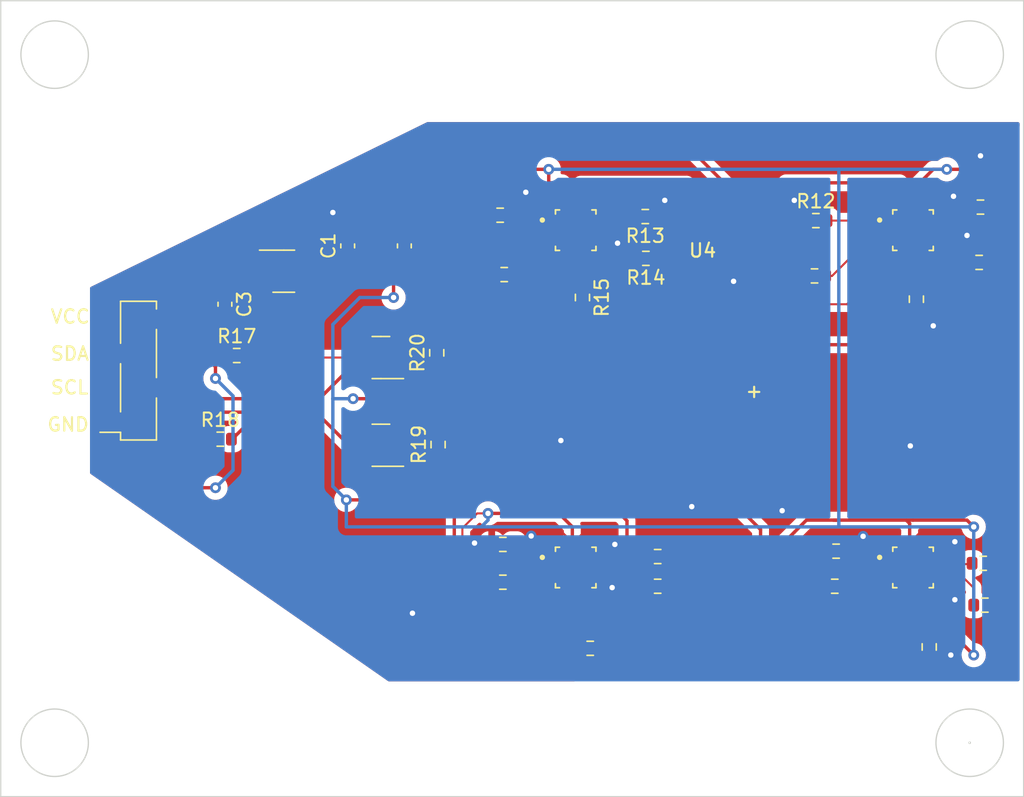
<source format=kicad_pcb>
(kicad_pcb (version 20221018) (generator pcbnew)
  (layers (0 "F.Cu" signal) (31 "B.Cu" signal) (34 "B.Paste" user) (35 "F.Paste" user) (36 "B.SilkS" user "B.Silkscreen") (37 "F.SilkS" user "F.Silkscreen") (38 "B.Mask" user) (39 "F.Mask" user) (44 "Edge.Cuts" user))
  (net 0 "")
  (net 1 "+3.3V")
  (net 2 "GND")
  (net 3 "VCC")
  (net 4 "SDA")
  (net 5 "SCL")
  (net 6 "SCL_3V")
  (net 7 "SDA_3V")
  (net 8 "Net-(U1-A0)")
  (net 9 "Net-(U1-A1)")
  (net 10 "Net-(U1-INT)")
  (net 11 "Net-(U1-INT{slash}TRIG)")
  (net 12 "Net-(U2-INT{slash}TRIG)")
  (net 13 "Net-(U2-INT)")
  (net 14 "Net-(U3-A1)")
  (net 15 "Net-(U3-INT{slash}TRIG)")
  (net 16 "Net-(U3-INT)")
  (net 17 "Net-(U4-A0)")
  (net 18 "Net-(U4-INT{slash}TRIG)")
  (net 19 "Net-(U4-INT)")
  (net 20 "Net-(U1-SENB{slash}CS)")
  (net 21 "Net-(U3-SENB{slash}CS)")
  (net 22 "Net-(U4-SENB{slash}CS)")
  (net 23 "Net-(U2-SENB{slash}CS)")
  (footprint "Resistor_SMD:R_0603_1608Metric" (layer "F.Cu") (at 157.2 137.9)
    (fp_text reference "R21" hide)
    (fp_text value "10k")
  )
  (footprint "Resistor_SMD:R_0603_1608Metric" (layer "F.Cu") (at 144.075 135.7 180)
    (fp_text reference "R5" hide)
    (fp_text value "10k")
  )
  (footprint "Resistor_SMD:R_0603_1608Metric" (layer "F.Cu") (at 127.8 127.4 90)
    (fp_text reference "R19")
    (fp_text value "10k")
  )
  (footprint "Capacitor_SMD:C_0603_1608Metric" (layer "F.Cu") (at 121.1 112.675 90)
    (fp_text reference "C1")
    (fp_text value "10uF")
  )
  (footprint "Resistor_SMD:R_0603_1608Metric" (layer "F.Cu") (at 132.6 137.6)
    (fp_text reference "R24" hide)
    (fp_text value "10k")
  )
  (footprint "Resistor_SMD:R_0603_1608Metric" (layer "F.Cu") (at 168 109.8 180)
    (fp_text reference "R9" hide)
    (fp_text value "10k")
  )
  (footprint "Resistor_SMD:R_0603_1608Metric" (layer "F.Cu") (at 132.4 110.4)
    (fp_text reference "R16" hide)
    (fp_text value "10k")
  )
  (footprint "Capacitor_SMD:C_0603_1608Metric" (layer "F.Cu") (at 125.3 112.675 90)
    (fp_text reference "C2" hide)
    (fp_text value "0.1uF")
  )
  (footprint "Resistor_SMD:R_0603_1608Metric" (layer "F.Cu") (at 168.2 136.2 180)
    (fp_text reference "R1" hide)
    (fp_text value "10k")
  )
  (footprint "Resistor_SMD:R_0603_1608Metric" (layer "F.Cu") (at 155.7 114.9)
    (fp_text reference "R22" hide)
    (fp_text value "10k")
  )
  (footprint "Resistor_SMD:R_0603_1608Metric" (layer "F.Cu") (at 127.7 120.6 90)
    (fp_text reference "R20")
    (fp_text value "10k")
  )
  (footprint "Resistor_SMD:R_0603_1608Metric" (layer "F.Cu") (at 111.655 127)
    (fp_text reference "R18")
    (fp_text value "10k")
  )
  (footprint "Resistor_SMD:R_0603_1608Metric" (layer "F.Cu") (at 143.2 113.6 180)
    (fp_text reference "R14")
    (fp_text value "10k")
  )
  (footprint "Package_TO_SOT_SMD:SOT-23" (layer "F.Cu") (at 123.5625 127.45 180)
    (fp_text reference "Q1" hide)
    (fp_text value "BSS138" hide)
  )
  (footprint "Resistor_SMD:R_0603_1608Metric" (layer "F.Cu") (at 164.2 142.4 -90)
    (fp_text reference "R4" hide)
    (fp_text value "10k")
  )
  (footprint "Capacitor_SMD:C_0603_1608Metric" (layer "F.Cu") (at 112 117 -90)
    (fp_text reference "C3")
    (fp_text value "10uF" hide)
  )
  (footprint "Package_TO_SOT_SMD:SOT-23" (layer "F.Cu") (at 123.5625 120.95 180)
    (fp_text reference "Q2" hide)
    (fp_text value "BSS138")
  )
  (footprint "Resistor_SMD:R_0603_1608Metric" (layer "F.Cu") (at 143.155 110.5 180)
    (fp_text reference "R13")
    (fp_text value "10k")
  )
  (footprint "Resistor_SMD:R_0603_1608Metric" (layer "F.Cu") (at 168.325 139.3 180)
    (fp_text reference "R2" hide)
    (fp_text value "10k")
  )
  (footprint "Resistor_SMD:R_0603_1608Metric" (layer "F.Cu") (at 132.7 114.8)
    (fp_text reference "R23" hide)
    (fp_text value "10k")
  )
  (footprint "Package_TO_SOT_SMD:SOT-23-5" (layer "F.Cu") (at 116.3625 114.55)
    (fp_text reference "U5" hide)
    (fp_text value "AP2112K-3.3" hide)
  )
  (footprint "Resistor_SMD:R_0603_1608Metric" (layer "F.Cu") (at 132.6 134.8)
    (fp_text reference "R8" hide)
    (fp_text value "10k")
  )
  (footprint "SnapEDA Library:QFN50P300X300X100-17N" (layer "F.Cu") (at 163 136.51)
    (fp_text reference "U1" hide)
    (fp_text value "MLX90393SLW-ABA-011-SP" hide)
  )
  (footprint "SnapEDA Library:QFN50P300X300X100-17N" (layer "F.Cu") (at 163 111.51)
    (fp_text reference "U3" hide)
    (fp_text value "MLX90393SLW-ABA-011-SP" hide)
  )
  (footprint "Resistor_SMD:R_0603_1608Metric" (layer "F.Cu") (at 138.5 116.5 -90)
    (fp_text reference "R15")
    (fp_text value "10k")
  )
  (footprint "Resistor_SMD:R_0603_1608Metric" (layer "F.Cu") (at 167.9 113.9 180)
    (fp_text reference "R10" hide)
    (fp_text value "10k")
  )
  (footprint "Resistor_SMD:R_0603_1608Metric" (layer "F.Cu") (at 155.8 110.8)
    (fp_text reference "R12")
    (fp_text value "10k")
  )
  (footprint "Connector_PinHeader_2.54mm:PinHeader_1x04_P2.54mm_Vertical_SMD_Pin1Right" (layer "F.Cu") (at 105.595 121.92 180)
    (fp_text reference "J1" hide)
    (fp_text value "Conn_01x04_Pin")
  )
  (footprint "SnapEDA Library:QFN50P300X300X100-17N" (layer "F.Cu") (at 138 111.51)
    (fp_text reference "U4")
    (fp_text value "MLX90393SLW-ABA-011-SP" hide)
  )
  (footprint "Resistor_SMD:R_0603_1608Metric" (layer "F.Cu") (at 157.3 135.3)
    (fp_text reference "R3" hide)
    (fp_text value "10k" hide)
  )
  (footprint "Resistor_SMD:R_0603_1608Metric" (layer "F.Cu") (at 112.875 120.8)
    (fp_text reference "R17")
    (fp_text value "10k")
  )
  (footprint "Resistor_SMD:R_0603_1608Metric" (layer "F.Cu") (at 163.25 116.625 -90)
    (fp_text reference "R11" hide)
    (fp_text value "10k")
  )
  (footprint "Resistor_SMD:R_0603_1608Metric" (layer "F.Cu") (at 139.075 142.5)
    (fp_text reference "R7" hide)
    (fp_text value "10k")
  )
  (footprint "SnapEDA Library:QFN50P300X300X100-17N" (layer "F.Cu") (at 138 136.51)
    (fp_text reference "U2" hide)
    (fp_text value "MLX90393SLW-ABA-011-SP" hide)
  )
  (footprint "Resistor_SMD:R_0603_1608Metric" (layer "F.Cu") (at 144.075 137.9 180)
    (fp_text reference "R6" hide)
    (fp_text value "10k" hide)
  )
  (gr_circle (center 167.2 149.5) (end 167.2 149.5) (stroke (width 0.1)) (fill none) (layer "Edge.Cuts"))
  (gr_circle (center 167.2 149.5) (end 169.7 149.5) (stroke (width 0.1)) (fill none) (layer "Edge.Cuts"))
  (gr_circle (center 99.38 149.5) (end 99.38 152) (stroke (width 0.1)) (fill none) (layer "Edge.Cuts"))
  (gr_poly (pts (xy 171.2 153.5) (xy 171.2 94.5) (xy 115 94.5) (xy 95.38 94.5) (xy 95.38 153.5) (xy 115 153.5)) (stroke (width 0.1)) (fill none) (layer "Edge.Cuts"))
  (gr_circle (center 167.2 98.5) (end 167.2 101) (stroke (width 0.1)) (fill none) (layer "Edge.Cuts"))
  (gr_circle (center 99.38 98.5) (end 99.38 101) (stroke (width 0.1)) (fill none) (layer "Edge.Cuts"))
  (gr_text "SCL\n" (at 99 123.75) (layer "F.SilkS") (effects (font (size 1 1) (thickness 0.16)) (justify left bottom)))
  (gr_text "VCC" (at 99 118.5) (layer "F.SilkS") (effects (font (size 1 1) (thickness 0.16)) (justify left bottom)))
  (gr_text "+" (at 150.5 124.01) (layer "F.SilkS") (effects (font (size 1 1) (thickness 0.16)) (justify left bottom)))
  (gr_text "GND\n" (at 98.75 126.5) (layer "F.SilkS") (effects (font (size 1 1) (thickness 0.16)) (justify left bottom)))
  (gr_text "SDA" (at 99 121.25) (layer "F.SilkS") (effects (font (size 1 1) (thickness 0.16)) (justify left bottom)))
  (segment (start 163.75 139.25) (end 167.5 143) (width 0.25) (layer "F.Cu") (net 1))
  (segment (start 164.5 107) (end 162.75 108.75) (width 0.25) (layer "F.Cu") (net 1))
  (segment (start 157.1 133) (end 157.3 133) (width 0.25) (layer "F.Cu") (net 1))
  (segment (start 162.75 133.25) (end 162.5 133) (width 0.25) (layer "F.Cu") (net 1))
  (segment (start 157.3 133) (end 162.5 133) (width 0.25) (layer "F.Cu") (net 1))
  (segment (start 130.1 113.025) (end 131.875 114.8) (width 0.25) (layer "F.Cu") (net 1))
  (segment (start 146.9 108.8) (end 146.9 111.3) (width 0.25) (layer "F.Cu") (net 1))
  (segment (start 141.5 115) (end 140.29995 115) (width 0.25) (layer "F.Cu") (net 1))
  (segment (start 142.035 137.3) (end 142.035 137.8) (width 0.25) (layer "F.Cu") (net 1))
  (segment (start 154.875 112.675) (end 154.875 114.9) (width 0.25) (layer "F.Cu") (net 1))
  (segment (start 124.5 123) (end 124.5 121.9) (width 0.25) (layer "F.Cu") (net 1))
  (segment (start 141.5 115) (end 142.375 114.125) (width 0.25) (layer "F.Cu") (net 1))
  (segment (start 117.5 113.6) (end 123.85 113.6) (width 0.25) (layer "F.Cu") (net 1))
  (segment (start 143.15 135.8) (end 143.25 135.7) (width 0.25) (layer "F.Cu") (net 1))
  (segment (start 141.25 132.5) (end 141.8 133.05) (width 0.25) (layer "F.Cu") (net 1))
  (segment (start 163.75 114.15) (end 163.75 112.945) (width 0.25) (layer "F.Cu") (net 1))
  (segment (start 121 131.5) (end 123.75 131.5) (width 0.25) (layer "F.Cu") (net 1))
  (segment (start 130.1 109.4) (end 130.1 113.025) (width 0.25) (layer "F.Cu") (net 1))
  (segment (start 169.7 115) (end 167.8 116.9) (width 0.25) (layer "F.Cu") (net 1))
  (segment (start 167.175 109.8) (end 167.175 110.275) (width 0.15) (layer "F.Cu") (net 1))
  (segment (start 141.8 133.05) (end 141.8 135.1) (width 0.25) (layer "F.Cu") (net 1))
  (segment (start 124.5 128.4) (end 127.625 128.4) (width 0.15) (layer "F.Cu") (net 1))
  (segment (start 136 108) (end 137 108) (width 0.25) (layer "F.Cu") (net 1))
  (segment (start 125 121.4) (end 124.5 121.9) (width 0.25) (layer "F.Cu") (net 1))
  (segment (start 136.75 132.5) (end 141.25 132.5) (width 0.25) (layer "F.Cu") (net 1))
  (segment (start 167.175 108.125) (end 167.6 107.7) (width 0.15) (layer "F.Cu") (net 1))
  (segment (start 167.8 116.9) (end 167.19995 116.9) (width 0.25) (layer "F.Cu") (net 1))
  (segment (start 142.035 137.8) (end 142.035 140.065) (width 0.25) (layer "F.Cu") (net 1))
  (segment (start 141.495 136.76) (end 142.035 137.3) (width 0.25) (layer "F.Cu") (net 1))
  (segment (start 157.3 133) (end 155.1 133) (width 0.25) (layer "F.Cu") (net 1))
  (segment (start 155 139.5) (end 156.375 138.125) (width 0.25) (layer "F.Cu") (net 1))
  (segment (start 137.75 108.75) (end 137.75 110.075) (width 0.25) (layer "F.Cu") (net 1))
  (segment (start 165.5 107) (end 166.9 107) (width 0.25) (layer "F.Cu") (net 1))
  (segment (start 123.75 131.5) (end 124.5 130.75) (width 0.25) (layer "F.Cu") (net 1))
  (segment (start 167.175 109.8) (end 167.175 108.125) (width 0.15) (layer "F.Cu") (net 1))
  (segment (start 142 111.8) (end 139.475 111.8) (width 0.25) (layer "F.Cu") (net 1))
  (segment (start 136 107) (end 132.5 107) (width 0.25) (layer "F.Cu") (net 1))
  (segment (start 140.5 136.76) (end 141.3 136.76) (width 0.25) (layer "F.Cu") (net 1))
  (segment (start 153.6 108) (end 152.7 108.9) (width 0.25) (layer "F.Cu") (net 1))
  (segment (start 141.3 136.76) (end 141.495 136.76) (width 0.25) (layer "F.Cu") (net 1))
  (segment (start 162.5 133) (end 163 133) (width 0.25) (layer "F.Cu") (net 1))
  (segment (start 137.75 135.075) (end 137.75 133.5) (width 0.25) (layer "F.Cu") (net 1))
  (segment (start 142.05 136.25) (end 141.54 136.76) (width 0.25) (layer "F.Cu") (net 1))
  (segment (start 146.2 108.1) (end 146.9 108.8) (width 0.25) (layer "F.Cu") (net 1))
  (segment (start 131.5 132.5) (end 136.75 132.5) (width 0.25) (layer "F.Cu") (net 1))
  (segment (start 142.035 140.065) (end 141.6 140.5) (width 0.25) (layer "F.Cu") (net 1))
  (segment (start 139.435 136.26) (end 141 136.26) (width 0.25) (layer "F.Cu") (net 1))
  (segment (start 154.2 133.9) (end 152.5 135.6) (width 0.25) (layer "F.Cu") (net 1))
  (segment (start 124.5 116.5) (end 124.5 114.25) (width 0.25) (layer "F.Cu") (net 1))
  (segment (start 124.5 114.25) (end 125.3 113.45) (width 0.25) (layer "F.Cu") (net 1))
  (segment (start 155.1 133) (end 154.2 133.9) (width 0.25) (layer "F.Cu") (net 1))
  (segment (start 165.5 107) (end 164.5 107) (width 0.25) (layer "F.Cu") (net 1))
  (segment (start 132.5 107) (end 130.1 109.4) (width 0.25) (layer "F.Cu") (net 1))
  (segment (start 138.75 113.45005) (end 138.75 112.945) (width 0.25) (layer "F.Cu") (net 1))
  (segment (start 137.75 133.5) (end 136.75 132.5) (width 0.25) (layer "F.Cu") (net 1))
  (segment (start 142.5 135.8) (end 143.15 135.8) (width 0.25) (layer "F.Cu") (net 1))
  (segment (start 130.7 132.5) (end 131.5 132.5) (width 0.15) (layer "F.Cu") (net 1))
  (segment (start 129.6 133.6) (end 130.7 132.5) (width 0.15) (layer "F.Cu") (net 1))
  (segment (start 127.7 121.425) (end 127.675 121.4) (width 0.25) (layer "F.Cu") (net 1))
  (segment (start 136 107) (end 136 108) (width 0.25) (layer "F.Cu") (net 1))
  (segment (start 139.475 111.8) (end 139.435 111.76) (width 0.25) (layer "F.Cu") (net 1))
  (segment (start 146.9 111.3) (end 146.4 111.8) (width 0.25) (layer "F.Cu") (net 1))
  (segment (start 138.4 108.1) (end 146.2 108.1) (width 0.25) (layer "F.Cu") (net 1))
  (segment (start 141.6 140.5) (end 139.6 140.5) (width 0.25) (layer "F.Cu") (net 1))
  (segment (start 153.5 139.5) (end 155 139.5) (width 0.25) (layer "F.Cu") (net 1))
  (segment (start 141 136.26) (end 141 136.25) (width 0.25) (layer "F.Cu") (net 1))
  (segment (start 166.9 107) (end 167.6 107.7) (width 0.25) (layer "F.Cu") (net 1))
  (segment (start 142.635 137.9) (end 142.035 137.3) (width 0.15) (layer "F.Cu") (net 1))
  (segment (start 139.6 140.5) (end 138.75 139.65) (width 0.25) (layer "F.Cu") (net 1))
  (segment (start 129.6 135.425) (end 129.6 133.6) (width 0.15) (layer "F.Cu") (net 1))
  (segment (start 123.5 124) (end 124.5 123) (width 0.25) (layer "F.Cu") (net 1))
  (segment (start 165.09995 114.8) (end 164.4 114.8) (width 0.25) (layer "F.Cu") (net 1))
  (segment (start 146.4 111.8) (end 142 111.8) (width 0.25) (layer "F.Cu") (net 1))
  (segment (start 167 133) (end 163 133) (width 0.25) (layer "F.Cu") (net 1))
  (segment (start 141.8 135.1) (end 142.5 135.8) (width 0.25) (layer "F.Cu") (net 1))
  (segment (start 142.05 136.25) (end 142.5 135.8) (width 0.25) (layer "F.Cu") (net 1))
  (segment (start 162.75 108.75) (end 162.75 110.075) (width 0.25) (layer "F.Cu") (net 1))
  (segment (start 142.375 113.6) (end 142.375 112.175) (width 0.25) (layer "F.Cu") (net 1))
  (segment (start 167.175 110.275) (end 169.7 112.8) (width 0.15) (layer "F.Cu") (net 1))
  (segment (start 162.75 108.75) (end 162 108) (width 0.25) (layer "F.Cu") (net 1))
  (segment (start 164.4 114.8) (end 163.75 114.15) (width 0.25) (layer "F.Cu") (net 1))
  (segment (start 169.7 112.8) (end 169.7 115) (width 0.15) (layer "F.Cu") (net 1))
  (segment (start 142.375 114.125) (end 142.375 113.6) (width 0.25) (layer "F.Cu") (net 1))
  (segment (start 141 136.25) (end 142.05 136.25) (width 0.25) (layer "F.Cu") (net 1))
  (segment (start 140.29995 115) (end 138.75 113.45005) (width 0.25) (layer "F.Cu") (net 1))
  (segment (start 167.5 133.5) (end 167 133) (width 0.25) (layer "F.Cu") (net 1))
  (segment (start 167.19995 116.9) (end 165.09995 114.8) (width 0.25) (layer "F.Cu") (net 1))
  (segment (start 138.75 139.65) (end 138.75 137.945) (width 0.25) (layer "F.Cu") (net 1))
  (segment (start 137 108) (end 137.75 108.75) (width 0.25) (layer "F.Cu") (net 1))
  (segment (start 141.54 136.76) (end 141.3 136.76) (width 0.25) (layer "F.Cu") (net 1))
  (segment (start 142.375 112.175) (end 142 111.8) (width 0.25) (layer "F.Cu") (net 1))
  (segment (start 152.7 108.9) (end 152.7 110.5) (width 0.25) (layer "F.Cu") (net 1))
  (segment (start 152.5 138.5) (end 153.5 139.5) (width 0.25) (layer "F.Cu") (net 1))
  (segment (start 164.435 111.26) (end 165.715 111.26) (width 0.15) (layer "F.Cu") (net 1))
  (segment (start 121.5 124) (end 123.5 124) (width 0.25) (layer "F.Cu") (net 1))
  (segment (start 162.75 135.075) (end 162.75 133.25) (width 0.25) (layer "F.Cu") (net 1))
  (segment (start 131.775 137.6) (end 129.6 135.425) (width 0.15) (layer "F.Cu") (net 1))
  (segment (start 139.435 136.76) (end 140.5 136.76) (width 0.25) (layer "F.Cu") (net 1))
  (segment (start 165.715 111.26) (end 167.175 109.8) (width 0.15) (layer "F.Cu") (net 1))
  (segment (start 127.625 128.4) (end 127.8 128.225) (width 0.15) (layer "F.Cu") (net 1))
  (segment (start 162 108) (end 153.6 108) (width 0.25) (layer "F.Cu") (net 1))
  (segment (start 137.75 108.75) (end 138.4 108.1) (width 0.25) (layer "F.Cu") (net 1))
  (segment (start 123.85 113.6) (end 124.5 114.25) (width 0.25) (layer "F.Cu") (net 1))
  (segment (start 156.375 138.125) (end 156.375 137.9) (width 0.25) (layer "F.Cu") (net 1))
  (segment (start 143.25 137.9) (end 142.635 137.9) (width 0.15) (layer "F.Cu") (net 1))
  (segment (start 152.7 110.5) (end 154.875 112.675) (width 0.25) (layer "F.Cu") (net 1))
  (segment (start 163.75 137.945) (end 163.75 139.25) (width 0.25) (layer "F.Cu") (net 1))
  (segment (start 152.5 135.6) (end 152.5 138.5) (width 0.25) (layer "F.Cu") (net 1))
  (segment (start 124.5 130.75) (end 124.5 128.4) (width 0.25) (layer "F.Cu") (net 1))
  (segment (start 127.675 121.4) (end 125 121.4) (width 0.25) (layer "F.Cu") (net 1))
  (via (at 167.5 133.5) (size 0.8) (drill 0.4) (layers "F.Cu" "B.Cu") (net 1))
  (via (at 165.5 107) (size 0.8) (drill 0.4) (layers "F.Cu" "B.Cu") (net 1))
  (via (at 131.5 132.5) (size 0.8) (drill 0.4) (layers "F.Cu" "B.Cu") (net 1))
  (via (at 121 131.5) (size 0.8) (drill 0.4) (layers "F.Cu" "B.Cu") (net 1))
  (via (at 121.5 124) (size 0.8) (drill 0.4) (layers "F.Cu" "B.Cu") (net 1))
  (via (at 124.5 116.5) (size 0.8) (drill 0.4) (layers "F.Cu" "B.Cu") (net 1))
  (via (at 136 107) (size 0.8) (drill 0.4) (layers "F.Cu" "B.Cu") (net 1))
  (via (at 167.5 143) (size 0.8) (drill 0.4) (layers "F.Cu" "B.Cu") (net 1))
  (segment (start 131.5 133.5) (end 157.5 133.5) (width 0.25) (layer "B.Cu") (net 1))
  (segment (start 124.5 116.5) (end 122 116.5) (width 0.25) (layer "B.Cu") (net 1))
  (segment (start 157.5 133.5) (end 167.5 133.5) (width 0.25) (layer "B.Cu") (net 1))
  (segment (start 120 124) (end 120 130.5) (width 0.25) (layer "B.Cu") (net 1))
  (segment (start 157.5 133.5) (end 157.5 107) (width 0.25) (layer "B.Cu") (net 1))
  (segment (start 120 124) (end 121.5 124) (width 0.25) (layer "B.Cu") (net 1))
  (segment (start 122 116.5) (end 120 118.5) (width 0.25) (layer "B.Cu") (net 1))
  (segment (start 167.5 133.5) (end 167.5 143) (width 0.25) (layer "B.Cu") (net 1))
  (segment (start 131.5 133.5) (end 131 133.5) (width 0.25) (layer "B.Cu") (net 1))
  (segment (start 121 133.5) (end 121 131.5) (width 0.25) (layer "B.Cu") (net 1))
  (segment (start 131.5 133) (end 131.5 132.5) (width 0.25) (layer "B.Cu") (net 1))
  (segment (start 120 118.5) (end 120 124) (width 0.25) (layer "B.Cu") (net 1))
  (segment (start 157.5 107) (end 165.5 107) (width 0.25) (layer "B.Cu") (net 1))
  (segment (start 131 133.5) (end 131.5 133) (width 0.25) (layer "B.Cu") (net 1))
  (segment (start 120 130.5) (end 121 131.5) (width 0.25) (layer "B.Cu") (net 1))
  (segment (start 157.5 107) (end 136 107) (width 0.25) (layer "B.Cu") (net 1))
  (segment (start 131 133.5) (end 121 133.5) (width 0.25) (layer "B.Cu") (net 1))
  (segment (start 162.25 110.075) (end 162.25 109.29) (width 0.25) (layer "F.Cu") (net 2))
  (segment (start 138.7 133.8) (end 138.25 134.25) (width 0.15) (layer "F.Cu") (net 2))
  (segment (start 163.25 134.25) (end 163.5 134) (width 0.25) (layer "F.Cu") (net 2))
  (segment (start 164.435 112.26) (end 164.435 113.435) (width 0.15) (layer "F.Cu") (net 2))
  (segment (start 161.75 108.79) (end 160.34 108.79) (width 0.25) (layer "F.Cu") (net 2))
  (segment (start 138.75 109.55) (end 139.6 108.7) (width 0.15) (layer "F.Cu") (net 2))
  (segment (start 163.25 110.075) (end 163.25 111.26) (width 0.25) (layer "F.Cu") (net 2))
  (segment (start 137.25 109.35) (end 136.9 109) (width 0.15) (layer "F.Cu") (net 2))
  (segment (start 138.6 108.7) (end 139.6 108.7) (width 0.25) (layer "F.Cu") (net 2))
  (segment (start 164.7 109) (end 166 109) (width 0.25) (layer "F.Cu") (net 2))
  (segment (start 164 109) (end 164.7 109) (width 0.25) (layer "F.Cu") (net 2))
  (segment (start 135.1 137.5) (end 135.1 138.1) (width 0.25) (layer "F.Cu") (net 2))
  (segment (start 156.475 135.3) (end 156.475 135.025) (width 0.15) (layer "F.Cu") (net 2))
  (segment (start 138.25 110.075) (end 138.25 109.05) (width 0.25) (layer "F.Cu") (net 2))
  (segment (start 134.8745 134) (end 134.7 134.1745) (width 0.15) (layer "F.Cu") (net 2))
  (segment (start 163.25 111.26) (end 163 111.51) (width 0.25) (layer "F.Cu") (net 2))
  (segment (start 163.25 109.75) (end 164 109) (width 0.25) (layer "F.Cu") (net 2))
  (segment (start 164.435 113.435) (end 165 114) (width 0.15) (layer "F.Cu") (net 2))
  (segment (start 138.25 111.26) (end 138 111.51) (width 0.25) (layer "F.Cu") (net 2))
  (segment (start 138.25 110.075) (end 138.25 111.26) (width 0.25) (layer "F.Cu") (net 2))
  (segment (start 135.34 137.26) (end 135.1 137.5) (width 0.25) (layer "F.Cu") (net 2))
  (segment (start 165.46 137.26) (end 166.1 137.9) (width 0.25) (layer "F.Cu") (net 2))
  (segment (start 163.75 110.075) (end 163.75 109.95) (width 0.15) (layer "F.Cu") (net 2))
  (segment (start 166.1 135.4) (end 166.1 134.6) (width 0.25) (layer "F.Cu") (net 2))
  (segment (start 141.1 112.4745) (end 140.9255 112.3) (width 0.15) (layer "F.Cu") (net 2))
  (segment (start 161.24 137.26) (end 160 138.5) (width 0.25) (layer "F.Cu") (net 2))
  (segment (start 160.6 112.9) (end 160.6 114.6) (width 0.25) (layer "F.Cu") (net 2))
  (segment (start 163.25 136.26) (end 163 136.51) (width 0.25) (layer "F.Cu") (net 2))
  (segment (start 141.9 108.7) (end 144 108.7) (width 0.25) (layer "F.Cu") (net 2))
  (segment (start 131.575 109.025) (end 131.9 108.7) (width 0.15) (layer "F.Cu") (net 2))
  (segment (start 165.5 134) (end 166.1 134.6) (width 0.25) (layer "F.Cu") (net 2))
  (segment (start 139.4 133.8) (end 139.9 133.8) (width 0.15) (layer "F.Cu") (net 2))
  (segment (start 163.25 135.075) (end 163.25 134.25) (width 0.25) (layer "F.Cu") (net 2))
  (segment (start 138.25 134.25) (end 138.25 135.075) (width 0.15) (layer "F.Cu") (net 2))
  (segment (start 164.435 137.26) (end 165.46 137.26) (width 0.25) (layer "F.Cu") (net 2))
  (segment (start 163.5 134) (end 164.3 134) (width 0.25) (layer "F.Cu") (net 2))
  (segment (start 165.74 135.76) (end 166.1 135.4) (width 0.25) (layer "F.Cu") (net 2))
  (segment (start 137.25 134.15) (end 137.1 134) (width 0.15) (layer "F.Cu") (net 2))
  (segment (start 138.25 109.05) (end 138.6 108.7) (width 0.25) (layer "F.Cu") (net 2))
  (segment (start 140.9255 112.3) (end 139.475 112.3) (width 0.15) (layer "F.Cu") (net 2))
  (segment (start 139.435 135.76) (end 139.94 135.76) (width 0.25) (layer "F.Cu") (net 2))
  (segment (start 140.26 137.26) (end 139.435 137.26) (width 0.25) (layer "F.Cu") (net 2))
  (segment (start 136.565 112.26) (end 136.565 114.435) (width 0.25) (layer "F.Cu") (net 2))
  (segment (start 139.94 135.76) (end 140.9 134.8) (width 0.25) (layer "F.Cu") (net 2))
  (segment (start 136.565 114.435) (end 136 115) (width 0.25) (layer "F.Cu") (net 2))
  (segment (start 163.25 135.075) (end 163.25 136.26) (width 0.25) (layer "F.Cu") (net 2))
  (segment (start 138.75 134.45) (end 139.4 133.8) (width 0.15) (layer "F.Cu") (net 2))
  (segment (start 139.84 110.76) (end 141.9 108.7) (width 0.15) (layer "F.Cu") (net 2))
  (segment (start 161.565 137.26) (end 161.24 137.26) (width 0.25) (layer "F.Cu") (net 2))
  (segment (start 137.25 135.075) (end 137.25 134.15) (width 0.15) (layer "F.Cu") (net 2))
  (segment (start 164.435 135.76) (end 165.74 135.76) (width 0.25) (layer "F.Cu") (net 2))
  (segment (start 159.3 134.2) (end 162.1 134.2) (width 0.15) (layer "F.Cu") (net 2))
  (segment (start 166.1 137.9) (end 166.1 138.9) (width 0.25) (layer "F.Cu") (net 2))
  (segment (start 137.1 134) (end 134.8745 134) (width 0.15) (layer "F.Cu") (net 2))
  (segment (start 131.575 110.4) (end 131.575 109.025) (width 0.15) (layer "F.Cu") (net 2))
  (segment (start 164.3 134) (end 165.5 134) (width 0.25) (layer "F.Cu") (net 2))
  (segment (start 162.25 134.35) (end 162.25 135.075) (width 0.15) (layer "F.Cu") (net 2))
  (segment (start 144 108.7) (end 144.6 109.3) (width 0.25) (layer "F.Cu") (net 2))
  (segment (start 161.24 112.26) (end 160.6 112.9) (width 0.25) (layer "F.Cu") (net 2))
  (segment (start 139.6 108.7) (end 141.9 108.7) (width 0.25) (layer "F.Cu") (net 2))
  (segment (start 138.75 110.075) (end 138.75 109.55) (width 0.15) (layer "F.Cu") (net 2))
  (segment (start 166 109.195) (end 166 109) (width 0.15) (layer "F.Cu") (net 2))
  (segment (start 162.1 134.2) (end 162.25 134.35) (width 0.15) (layer "F.Cu") (net 2))
  (segment (start 163.25 110.075) (end 163.25 109.75) (width 0.25) (layer "F.Cu") (net 2))
  (segment (start 131.9 108.7) (end 134.3 108.7) (width 0.15) (layer "F.Cu") (net 2))
  (segment (start 140.7 137.7) (end 140.26 137.26) (width 0.25) (layer "F.Cu") (net 2))
  (segment (start 161.565 112.26) (end 161.24 112.26) (width 0.25) (layer "F.Cu") (net 2))
  (segment (start 163.75 109.95) (end 164.7 109) (width 0.15) (layer "F.Cu") (net 2))
  (segment (start 162.25 109.29) (end 161.75 108.79) (width 0.25) (layer "F.Cu") (net 2))
  (segment (start 139.475 112.3) (end 139.435 112.26) (width 0.15) (layer "F.Cu") (net 2))
  (segment (start 163.75 135.075) (end 163.75 134.55) (width 0.15) (layer "F.Cu") (net 2))
  (segment (start 163.75 134.55) (end 164.3 134) (width 0.15) (layer "F.Cu") (net 2))
  (segment (start 138.25 135.075) (end 138.25 136.26) (width 0.25) (layer "F.Cu") (net 2))
  (segment (start 138.75 135.075) (end 138.75 134.45) (width 0.15) (layer "F.Cu") (net 2))
  (segment (start 164.435 110.76) (end 166 109.195) (width 0.15) (layer "F.Cu") (net 2))
  (segment (start 140.7 138) (end 140.7 137.7) (width 0.25) (layer "F.Cu") (net 2))
  (segment (start 137.25 110.075) (end 137.25 109.4) (width 0.15) (layer "F.Cu") (net 2))
  (segment (start 139.4 133.8) (end 138.7 133.8) (width 0.15) (layer "F.Cu") (net 2))
  (segment (start 141.1 112.4745) (end 141.3745 112.4745) (width 0.15) (layer "F.Cu") (net 2))
  (segment (start 139.9 133.8) (end 140.9 134.8) (width 0.15) (layer "F.Cu") (net 2))
  (segment (start 139.435 110.76) (end 139.84 110.76) (width 0.15) (layer "F.Cu") (net 2))
  (segment (start 138.25 136.26) (end 138 136.51) (width 0.25) (layer "F.Cu") (net 2))
  (segment (start 136.565 137.26) (end 135.34 137.26) (width 0.25) (layer "F.Cu") (net 2))
  (via (at 162.8 127.5) (size 0.8) (drill 0.4) (layers "F.Cu" "B.Cu") (net 2))
  (via (at 125.9 139.9) (size 0.8) (drill 0.4) (layers "F.Cu" "B.Cu") (net 2))
  (via (at 144.6 109.3) (size 0.8) (drill 0.4) (layers "F.Cu" "B.Cu") (net 2))
  (via (at 165.8 143) (size 0.8) (drill 0.4) (layers "F.Cu" "B.Cu") (net 2))
  (via (at 134.7 134.1745) (size 0.8) (drill 0.4) (layers "F.Cu" "B.Cu") (net 2))
  (via (at 140.7 138) (size 0.8) (drill 0.4) (layers "F.Cu" "B.Cu") (net 2))
  (via (at 153.3 132.3) (size 0.8) (drill 0.4) (layers "F.Cu" "B.Cu") (net 2))
  (via (at 159.3 134.2) (size 0.8) (drill 0.4) (layers "F.Cu" "B.Cu") (net 2))
  (via (at 154.2 109.3) (size 0.8) (drill 0.4) (layers "F.Cu" "B.Cu") (net 2))
  (via (at 141.1 112.4745) (size 0.8) (drill 0.4) (layers "F.Cu" "B.Cu") (net 2))
  (via (at 164.5 118.6) (size 0.8) (drill 0.4) (layers "F.Cu" "B.Cu") (net 2))
  (via (at 168 106) (size 0.8) (drill 0.4) (layers "F.Cu" "B.Cu") (net 2))
  (via (at 146.6 132) (size 0.8) (drill 0.4) (layers "F.Cu" "B.Cu") (net 2))
  (via (at 136.9 127.1) (size 0.8) (drill 0.4) (layers "F.Cu" "B.Cu") (net 2))
  (via (at 166.1 138.9) (size 0.8) (drill 0.4) (layers "F.Cu" "B.Cu") (net 2))
  (via (at 149.7 115.3) (size 0.8) (drill 0.4) (layers "F.Cu" "B.Cu") (net 2))
  (via (at 166.1 134.6) (size 0.8) (drill 0.4) (layers "F.Cu" "B.Cu") (net 2))
  (via (at 167 111.9) (size 0.8) (drill 0.4) (layers "F.Cu" "B.Cu") (net 2))
  (via (at 130.5 134.7) (size 0.8) (drill 0.4) (layers "F.Cu" "B.Cu") (net 2))
  (via (at 134.3 108.7) (size 0.8) (drill 0.4) (layers "F.Cu" "B.Cu") (net 2))
  (via (at 166 109) (size 0.8) (drill 0.4) (layers "F.Cu" "B.Cu") (net 2))
  (via (at 120 110.2) (size 0.8) (drill 0.4) (layers "F.Cu" "B.Cu") (net 2))
  (via (at 140.9 134.8) (size 0.8) (drill 0.4) (layers "F.Cu" "B.Cu") (net 2))
  (segment (start 168 110.9) (end 167 111.9) (width 0.15) (layer "B.Cu") (net 2))
  (segment (start 168 106) (end 168 110.9) (width 0.15) (layer "B.Cu") (net 2))
  (segment (start 112 116.225) (end 112 115.5) (width 0.25) (layer "F.Cu") (net 3))
  (segment (start 110 127) (end 110.83 127) (width 0.25) (layer "F.Cu") (net 3))
  (segment (start 115.225 115.5) (end 112.725 115.5) (width 0.15) (layer "F.Cu") (net 3))
  (segment (start 112.18 120.75) (end 111.75 120.75) (width 0.25) (layer "F.Cu") (net 3))
  (segment (start 113.9 113.6) (end 115.225 113.6) (width 0.25) (layer "F.Cu") (net 3))
  (segment (start 111.3 130.6) (end 109.35 130.6) (width 0.25) (layer "F.Cu") (net 3))
  (segment (start 111.3 122.5) (end 111.3 121.63) (width 0.25) (layer "F.Cu") (net 3))
  (segment (start 111.75 120.75) (end 111.3 121.2) (width 0.25) (layer "F.Cu") (net 3))
  (segment (start 112 115.5) (end 113.9 113.6) (width 0.25) (layer "F.Cu") (net 3))
  (segment (start 107.25 118.11) (end 109.135 116.225) (width 0.25) (layer "F.Cu") (net 3))
  (segment (start 107.78 118.11) (end 111.3 121.63) (width 0.25) (layer "F.Cu") (net 3))
  (segment (start 109 128) (end 110 127) (width 0.25) (layer "F.Cu") (net 3))
  (segment (start 107.25 118.11) (end 107.78 118.11) (width 0.25) (layer "F.Cu") (net 3))
  (segment (start 111.3 121.2) (end 111.3 121.63) (width 0.25) (layer "F.Cu") (net 3))
  (segment (start 112.725 115.5) (end 112 116.225) (width 0.15) (layer "F.Cu") (net 3))
  (segment (start 109.135 116.225) (end 112 116.225) (width 0.25) (layer "F.Cu") (net 3))
  (segment (start 109 130.25) (end 109 128) (width 0.25) (layer "F.Cu") (net 3))
  (segment (start 109.35 130.6) (end 109 130.25) (width 0.25) (layer "F.Cu") (net 3))
  (via (at 111.3 130.6) (size 0.8) (drill 0.4) (layers "F.Cu" "B.Cu") (net 3))
  (via (at 111.3 122.5) (size 0.8) (drill 0.4) (layers "F.Cu" "B.Cu") (net 3))
  (segment (start 112.6 129.3) (end 111.3 130.6) (width 0.25) (layer "B.Cu") (net 3))
  (segment (start 111.3 122.5) (end 112.6 123.8) (width 0.25) (layer "B.Cu") (net 3))
  (segment (start 112.6 123.8) (end 112.6 129.3) (width 0.25) (layer "B.Cu") (net 3))
  (segment (start 122 121) (end 122.575 121) (width 0.25) (layer "F.Cu") (net 4))
  (segment (start 119 124) (end 116.07 124) (width 0.25) (layer "F.Cu") (net 4))
  (segment (start 110.465 124) (end 107.115 120.65) (width 0.25) (layer "F.Cu") (net 4))
  (segment (start 116.07 124) (end 110.465 124) (width 0.25) (layer "F.Cu") (net 4))
  (segment (start 107.115 120.65) (end 103.94 120.65) (width 0.25) (layer "F.Cu") (net 4))
  (segment (start 119 124) (end 122 121) (width 0.25) (layer "F.Cu") (net 4))
  (segment (start 122.425 120.75) (end 122.625 120.95) (width 0.15) (layer "F.Cu") (net 4))
  (segment (start 113.85 120.95) (end 113.7 120.8) (width 0.15) (layer "F.Cu") (net 4))
  (segment (start 122.575 121) (end 122.625 120.95) (width 0.25) (layer "F.Cu") (net 4))
  (segment (start 122.625 120.95) (end 113.85 120.95) (width 0.15) (layer "F.Cu") (net 4))
  (segment (start 118.75 125) (end 113.975 125) (width 0.25) (layer "F.Cu") (net 5))
  (segment (start 121.2 127.45) (end 118.75 125) (width 0.25) (layer "F.Cu") (net 5))
  (segment (start 113.975 125) (end 109.06 125) (width 0.25) (layer "F.Cu") (net 5))
  (segment (start 109.06 125) (end 107.25 123.19) (width 0.25) (layer "F.Cu") (net 5))
  (segment (start 122.625 127.45) (end 121.2 127.45) (width 0.25) (layer "F.Cu") (net 5))
  (segment (start 113.975 125.5625) (end 112.5375 127) (width 0.25) (layer "F.Cu") (net 5))
  (segment (start 113.975 125) (end 113.975 125.5625) (width 0.25) (layer "F.Cu") (net 5))
  (segment (start 133.4 124.16) (end 133.2 124.36) (width 0.15) (layer "F.Cu") (net 6))
  (segment (start 129.2 108.4) (end 132.1 105.5) (width 0.15) (layer "F.Cu") (net 6))
  (segment (start 136.565 111.76) (end 135.64 111.76) (width 0.15) (layer "F.Cu") (net 6))
  (segment (start 153.5 115.7) (end 153.5 112.5) (width 0.15) (layer "F.Cu") (net 6))
  (segment (start 129.775 126.575) (end 130.5 127.3) (width 0.15) (layer "F.Cu") (net 6))
  (segment (start 159.8 137.7) (end 159.8 137.3) (width 0.25) (layer "F.Cu") (net 6))
  (segment (start 161.201371 111.76) (end 158.8 114.161371) (width 0.15) (layer "F.Cu") (net 6))
  (segment (start 158.1 117) (end 154.8 117) (width 0.15) (layer "F.Cu") (net 6))
  (segment (start 136.565 136.76) (end 135.24 136.76) (width 0.15) (layer "F.Cu") (net 6))
  (segment (start 133.4 117.4) (end 133.4 123.4) (width 0.15) (layer "F.Cu") (net 6))
  (segment (start 134.5 137.5) (end 134.5 139.6) (width 0.15) (layer "F.Cu") (net 6))
  (segment (start 154.8 117) (end 153.5 115.7) (width 0.15) (layer "F.Cu") (net 6))
  (segment (start 129 135.1) (end 129 130.5) (width 0.25) (layer "F.Cu") (net 6))
  (segment (start 151.7 139.2) (end 152.5 140) (width 0.25) (layer "F.Cu") (net 6))
  (segment (start 130.2 117.4) (end 129.2 116.4) (width 0.15) (layer "F.Cu") (net 6))
  (segment (start 134.5 139.6) (end 130.1 139.6) (width 0.15) (layer "F.Cu") (net 6))
  (segment (start 129 138.5) (end 129 135.1) (width 0.15) (layer "F.Cu") (net 6))
  (segment (start 133.4 117.4) (end 130.2 117.4) (width 0.15) (layer "F.Cu") (net 6))
  (segment (start 133.7 130.5) (end 148.5 130.5) (width 0.25) (layer "F.Cu") (net 6))
  (segment (start 130.5 127.3) (end 133.7 130.5) (width 0.25) (layer "F.Cu") (net 6))
  (segment (start 158.8 114.161371) (end 158.8 116.3) (width 0.15) (layer "F.Cu") (net 6))
  (segment (start 133.4 124.16) (end 133.4 123.4) (width 0.25) (layer "F.Cu") (net 6))
  (segment (start 134.5 116.3) (end 133.4 117.4) (width 0.15) (layer "F.Cu") (net 6))
  (segment (start 151.7 133.7) (end 151.7 139.2) (width 0.25) (layer "F.Cu") (net 6))
  (segment (start 129.2 116.4) (end 129.2 108.4) (width 0.15) (layer "F.Cu") (net 6))
  (segment (start 160.3 136.8) (end 161.525 136.8) (width 0.25) (layer "F.Cu") (net 6))
  (segment (start 146.5 105.5) (end 132.1 105.5) (width 0.25) (layer "F.Cu") (net 6))
  (segment (start 158.8 116.3) (end 158.1 117) (width 0.15) (layer "F.Cu") (net 6))
  (segment (start 157.5 140) (end 159.8 137.7) (width 0.25) (layer "F.Cu") (net 6))
  (segment (start 135.24 136.76) (end 134.5 137.5) (width 0.15) (layer "F.Cu") (net 6))
  (segment (start 135.64 111.76) (end 134.5 112.9) (width 0.15) (layer "F.Cu") (net 6))
  (segment (start 130.1 139.6) (end 129 138.5) (width 0.15) (layer "F.Cu") (net 6))
  (segment (start 134.5 112.9) (end 134.5 116.3) (width 0.15) (layer "F.Cu") (net 6))
  (segment (start 130.38 127.18) (end 133.4 124.16) (width 0.25) (layer "F.Cu") (net 6))
  (segment (start 129 130.5) (end 133.5 130.5) (width 0.25) (layer "F.Cu") (net 6))
  (segment (start 127.725 126.5) (end 127.8 126.575) (width 0.15) (layer "F.Cu") (net 6))
  (segment (start 124.5 126.5) (end 127.725 126.5) (width 0.15) (layer "F.Cu") (net 6))
  (segment (start 129 135.3) (end 129 135.1) (width 0.25) (layer "F.Cu") (net 6))
  (segment (start 161.565 111.76) (end 161.201371 111.76) (width 0.15) (layer "F.Cu") (net 6))
  (segment (start 159.8 137.3) (end 160.3 136.8) (width 0.25) (layer "F.Cu") (net 6))
  (segment (start 133.5 130.5) (end 133.7 130.5) (width 0.25) (layer "F.Cu") (net 6))
  (segment (start 152.5 140) (end 157.5 140) (width 0.25) (layer "F.Cu") (net 6))
  (segment (start 161.525 136.8) (end 161.565 136.76) (width 0.25) (layer "F.Cu") (net 6))
  (segment (start 146.5 105.5) (end 153.5 112.5) (width 0.25) (layer "F.Cu") (net 6))
  (segment (start 127.8 126.575) (end 129.775 126.575) (width 0.15) (layer "F.Cu") (net 6))
  (segment (start 130.38 127.18) (end 130.5 127.3) (width 0.25) (layer "F.Cu") (net 6))
  (segment (start 148.5 130.5) (end 151.7 133.7) (width 0.25) (layer "F.Cu") (net 6))
  (segment (start 155.695 144.5) (end 161 144.5) (width 0.25) (layer "F.Cu") (net 7))
  (segment (start 138.6 144.5) (end 155.695 144.5) (width 0.25) (layer "F.Cu") (net 7))
  (segment (start 168.5 144.5) (end 170.5 142.5) (width 0.25) (layer "F.Cu") (net 7))
  (segment (start 125.9 120) (end 126.125 119.775) (width 0.15) (layer "F.Cu") (net 7))
  (segment (start 161 144.5) (end 168.5 144.5) (width 0.25) (layer "F.Cu") (net 7))
  (segment (start 162.25 118) (end 162.25 112.945) (width 0.25) (layer "F.Cu") (net 7))
  (segment (start 126.125 119.775) (end 127.7 119.775) (width 0.15) (layer "F.Cu") (net 7))
  (segment (start 162.25 118.15) (end 160.4 120) (width 0.25) (layer "F.Cu") (net 7))
  (segment (start 137.25 112.945) (end 137.25 118.25) (width 0.25) (layer "F.Cu") (net 7))
  (segment (start 160.4 120) (end 160.3 120) (width 0.25) (layer "F.Cu") (net 7))
  (segment (start 127.5 105.5) (end 127.5 120) (width 0.25) (layer "F.Cu") (net 7))
  (segment (start 137.25 137.945) (end 137.25 143.15) (width 0.25) (layer "F.Cu") (net 7))
  (segment (start 166.836396 119.8) (end 170.5 116.136396) (width 0.25) (layer "F.Cu") (net 7))
  (segment (start 124.5 120) (end 125.9 120) (width 0.15) (layer "F.Cu") (net 7))
  (segment (start 163.9 119.8) (end 166.836396 119.8) (width 0.25) (layer "F.Cu") (net 7))
  (segment (start 139 120) (end 156 120) (width 0.25) (layer "F.Cu") (net 7))
  (segment (start 137.25 118.25) (end 139 120) (width 0.25) (layer "F.Cu") (net 7))
  (segment (start 162.25 143.25) (end 161 144.5) (width 0.25) (layer "F.Cu") (net 7))
  (segment (start 162.25 118.15) (end 162.25 118) (width 0.25) (layer "F.Cu") (net 7))
  (segment (start 128.5 104.5) (end 127.5 105.5) (width 0.25) (layer "F.Cu") (net 7))
  (segment (start 170.5 116) (end 170.5 104.5) (width 0.25) (layer "F.Cu") (net 7))
  (segment (start 137.25 143.15) (end 138.6 144.5) (width 0.25) (layer "F.Cu") (net 7))
  (segment (start 170.5 104.5) (end 128.5 104.5) (width 0.25) (layer "F.Cu") (net 7))
  (segment (start 156 120) (end 160.3 120) (width 0.25) (layer "F.Cu") (net 7))
  (segment (start 162.25 118.15) (end 163.9 119.8) (width 0.25) (layer "F.Cu") (net 7))
  (segment (start 170.5 116) (end 170.5 142.6) (width 0.25) (layer "F.Cu") (net 7))
  (segment (start 170.5 116.136396) (end 170.5 116) (width 0.25) (layer "F.Cu") (net 7))
  (segment (start 162.25 137.945) (end 162.25 143.25) (width 0.25) (layer "F.Cu") (net 7))
  (segment (start 164.435 136.26) (end 167.315 136.26) (width 0.15) (layer "F.Cu") (net 8))
  (segment (start 167.315 136.26) (end 167.375 136.2) (width 0.15) (layer "F.Cu") (net 8))
  (segment (start 164.435 136.76) (end 166.235 136.76) (width 0.15) (layer "F.Cu") (net 9))
  (segment (start 167.475 138) (end 167.5 138) (width 0.15) (layer "F.Cu") (net 9))
  (segment (start 166.235 136.76) (end 167.475 138) (width 0.15) (layer "F.Cu") (net 9))
  (segment (start 167.5 138) (end 167.5 139.3) (width 0.15) (layer "F.Cu") (net 9))
  (segment (start 159.9 135.3) (end 160.3 135.7) (width 0.15) (layer "F.Cu") (net 10))
  (segment (start 160.3 135.7) (end 161.505 135.7) (width 0.15) (layer "F.Cu") (net 10))
  (segment (start 161.505 135.7) (end 161.565 135.76) (width 0.15) (layer "F.Cu") (net 10))
  (segment (start 158.125 135.3) (end 159.9 135.3) (width 0.15) (layer "F.Cu") (net 10))
  (segment (start 163.25 137.945) (end 163.25 140.625) (width 0.15) (layer "F.Cu") (net 11))
  (segment (start 163.25 140.625) (end 164.2 141.575) (width 0.15) (layer "F.Cu") (net 11))
  (segment (start 138.25 137.945) (end 138.25 142.43) (width 0.25) (layer "F.Cu") (net 12))
  (segment (start 134.385 135.76) (end 136.565 135.76) (width 0.15) (layer "F.Cu") (net 13))
  (segment (start 133.425 134.8) (end 134.385 135.76) (width 0.15) (layer "F.Cu") (net 13))
  (segment (start 164.435 111.76) (end 164.935 111.76) (width 0.15) (layer "F.Cu") (net 14))
  (segment (start 164.935 111.76) (end 167.075 113.9) (width 0.15) (layer "F.Cu") (net 14))
  (segment (start 163.25 112.945) (end 163.25 115.8) (width 0.15) (layer "F.Cu") (net 15))
  (segment (start 161.525 110.8) (end 161.565 110.76) (width 0.15) (layer "F.Cu") (net 16))
  (segment (start 156.625 110.8) (end 161.525 110.8) (width 0.15) (layer "F.Cu") (net 16))
  (segment (start 139.435 111.26) (end 141.57 111.26) (width 0.15) (layer "F.Cu") (net 17))
  (segment (start 141.57 111.26) (end 142.33 110.5) (width 0.15) (layer "F.Cu") (net 17))
  (segment (start 138.2 112.995) (end 138.25 112.945) (width 0.15) (layer "F.Cu") (net 18))
  (segment (start 138.25 112.945) (end 138.25 114.15) (width 0.15) (layer "F.Cu") (net 18))
  (segment (start 138.5 114.4) (end 138.5 115.675) (width 0.15) (layer "F.Cu") (net 18))
  (segment (start 138.25 114.15) (end 138.5 114.4) (width 0.15) (layer "F.Cu") (net 18))
  (segment (start 136.565 110.76) (end 135.06 110.76) (width 0.15) (layer "F.Cu") (net 19))
  (segment (start 133.225 110.4) (end 134.7 110.4) (width 0.15) (layer "F.Cu") (net 19))
  (segment (start 135.06 110.76) (end 134.7 110.4) (width 0.15) (layer "F.Cu") (net 19))
  (segment (start 159.2 136.2) (end 161.505 136.2) (width 0.15) (layer "F.Cu") (net 20))
  (segment (start 161.505 136.2) (end 161.565 136.26) (width 0.15) (layer "F.Cu") (net 20))
  (segment (start 158.025 137.375) (end 159.2 136.2) (width 0.15) (layer "F.Cu") (net 20))
  (segment (start 158.025 137.9) (end 158.025 137.375) (width 0.15) (layer "F.Cu") (net 20))
  (segment (start 156.525 114.9) (end 157 114.9) (width 0.15) (layer "F.Cu") (net 21))
  (segment (start 161.525 111.3) (end 161.565 111.26) (width 0.15) (layer "F.Cu") (net 21))
  (segment (start 160.6 111.3) (end 161.525 111.3) (width 0.15) (layer "F.Cu") (net 21))
  (segment (start 157 114.9) (end 160.6 111.3) (width 0.15) (layer "F.Cu") (net 21))
  (segment (start 133.6 114.725) (end 133.525 114.8) (width 0.15) (layer "F.Cu") (net 22))
  (segment (start 134.64 111.26) (end 133.6 112.3) (width 0.15) (layer "F.Cu") (net 22))
  (segment (start 136.565 111.26) (end 134.64 111.26) (width 0.15) (layer "F.Cu") (net 22))
  (segment (start 133.6 112.3) (end 133.6 114.725) (width 0.15) (layer "F.Cu") (net 22))
  (segment (start 134 136.2) (end 136.505 136.2) (width 0.15) (layer "F.Cu") (net 23))
  (segment (start 133.425 136.775) (end 134 136.2) (width 0.15) (layer "F.Cu") (net 23))
  (segment (start 136.505 136.2) (end 136.565 136.26) (width 0.15) (layer "F.Cu") (net 23))
  (segment (start 133.425 137.6) (end 133.425 136.775) (width 0.15) (layer "F.Cu") (net 23))
  (zone (net 2) (net_name "GND") (layers "F&B.Cu") (connect_pads (clearance 0.5)) (min_thickness 0.25) (fill yes (thermal_gap 0.5) (thermal_bridge_width 0.5))
    (polygon (pts (xy 127 103.5) (xy 102 115.744898) (xy 102 129.54) (xy 124.121615 144.95) (xy 171 144.95) (xy 171 103.5)))
  )
)
</source>
